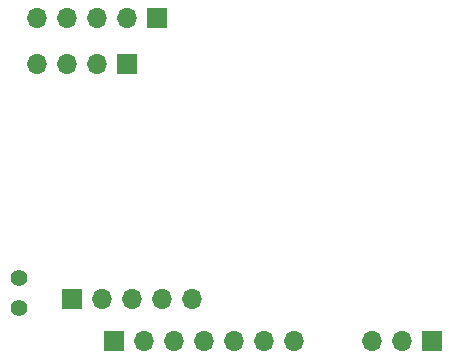
<source format=gbs>
G04 #@! TF.GenerationSoftware,KiCad,Pcbnew,8.0.4*
G04 #@! TF.CreationDate,2024-08-01T22:41:18+02:00*
G04 #@! TF.ProjectId,Headless TEF Audio board,48656164-6c65-4737-9320-544546204175,1*
G04 #@! TF.SameCoordinates,Original*
G04 #@! TF.FileFunction,Soldermask,Bot*
G04 #@! TF.FilePolarity,Negative*
%FSLAX46Y46*%
G04 Gerber Fmt 4.6, Leading zero omitted, Abs format (unit mm)*
G04 Created by KiCad (PCBNEW 8.0.4) date 2024-08-01 22:41:18*
%MOMM*%
%LPD*%
G01*
G04 APERTURE LIST*
%ADD10C,1.400000*%
%ADD11R,1.700000X1.700000*%
%ADD12O,1.700000X1.700000*%
G04 APERTURE END LIST*
D10*
G04 #@! TO.C,JP1*
X140864000Y-105158000D03*
X140864000Y-107698000D03*
G04 #@! TD*
D11*
G04 #@! TO.C,J4*
X152532000Y-83134000D03*
D12*
X149992000Y-83134000D03*
X147452000Y-83134000D03*
X144912000Y-83134000D03*
X142372000Y-83134000D03*
G04 #@! TD*
D11*
G04 #@! TO.C,J3*
X145312000Y-106884000D03*
D12*
X147852000Y-106884000D03*
X150392000Y-106884000D03*
X152932000Y-106884000D03*
X155472000Y-106884000D03*
G04 #@! TD*
D11*
G04 #@! TO.C,J6*
X149992000Y-87034000D03*
D12*
X147452000Y-87034000D03*
X144912000Y-87034000D03*
X142372000Y-87034000D03*
G04 #@! TD*
D11*
G04 #@! TO.C,J1*
X175789000Y-110484000D03*
D12*
X173249000Y-110484000D03*
X170709000Y-110484000D03*
G04 #@! TD*
D11*
G04 #@! TO.C,J5*
X148865000Y-110484000D03*
D12*
X151405000Y-110484000D03*
X153945000Y-110484000D03*
X156485000Y-110484000D03*
X159025000Y-110484000D03*
X161565000Y-110484000D03*
X164105000Y-110484000D03*
G04 #@! TD*
M02*

</source>
